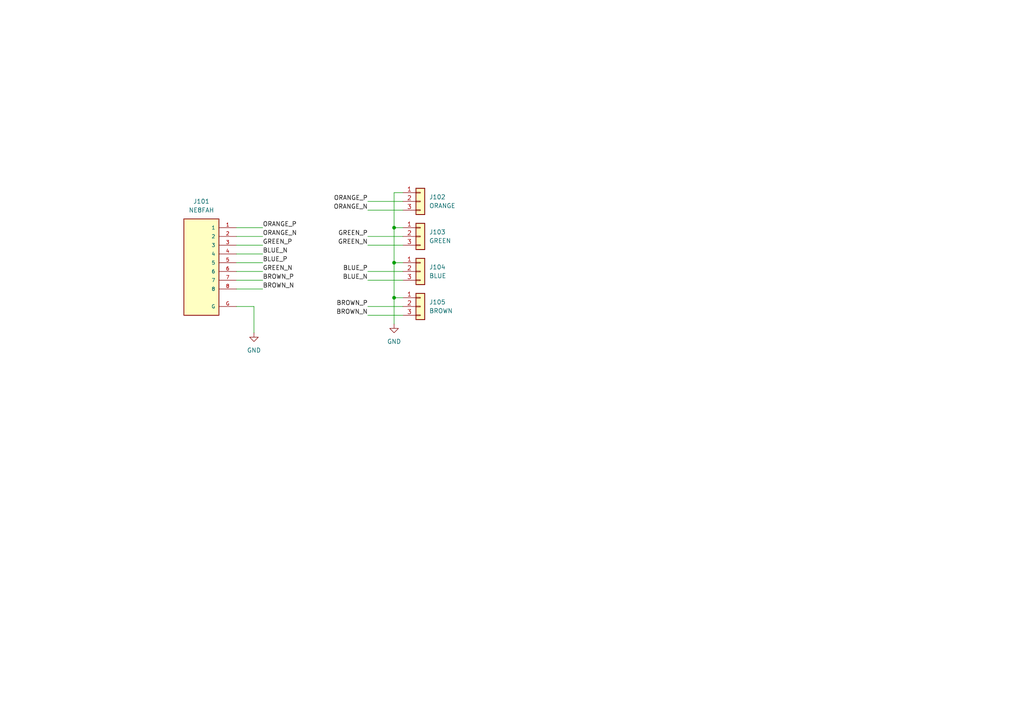
<source format=kicad_sch>
(kicad_sch (version 20230121) (generator eeschema)

  (uuid 9898cdb0-b109-4fc6-89ac-68ea0e9b2cef)

  (paper "A4")

  (lib_symbols
    (symbol "Connector_Generic:Conn_01x03" (pin_names (offset 1.016) hide) (in_bom yes) (on_board yes)
      (property "Reference" "J" (at 0 5.08 0)
        (effects (font (size 1.27 1.27)))
      )
      (property "Value" "Conn_01x03" (at 0 -5.08 0)
        (effects (font (size 1.27 1.27)))
      )
      (property "Footprint" "" (at 0 0 0)
        (effects (font (size 1.27 1.27)) hide)
      )
      (property "Datasheet" "~" (at 0 0 0)
        (effects (font (size 1.27 1.27)) hide)
      )
      (property "ki_keywords" "connector" (at 0 0 0)
        (effects (font (size 1.27 1.27)) hide)
      )
      (property "ki_description" "Generic connector, single row, 01x03, script generated (kicad-library-utils/schlib/autogen/connector/)" (at 0 0 0)
        (effects (font (size 1.27 1.27)) hide)
      )
      (property "ki_fp_filters" "Connector*:*_1x??_*" (at 0 0 0)
        (effects (font (size 1.27 1.27)) hide)
      )
      (symbol "Conn_01x03_1_1"
        (rectangle (start -1.27 -2.413) (end 0 -2.667)
          (stroke (width 0.1524) (type default))
          (fill (type none))
        )
        (rectangle (start -1.27 0.127) (end 0 -0.127)
          (stroke (width 0.1524) (type default))
          (fill (type none))
        )
        (rectangle (start -1.27 2.667) (end 0 2.413)
          (stroke (width 0.1524) (type default))
          (fill (type none))
        )
        (rectangle (start -1.27 3.81) (end 1.27 -3.81)
          (stroke (width 0.254) (type default))
          (fill (type background))
        )
        (pin passive line (at -5.08 2.54 0) (length 3.81)
          (name "Pin_1" (effects (font (size 1.27 1.27))))
          (number "1" (effects (font (size 1.27 1.27))))
        )
        (pin passive line (at -5.08 0 0) (length 3.81)
          (name "Pin_2" (effects (font (size 1.27 1.27))))
          (number "2" (effects (font (size 1.27 1.27))))
        )
        (pin passive line (at -5.08 -2.54 0) (length 3.81)
          (name "Pin_3" (effects (font (size 1.27 1.27))))
          (number "3" (effects (font (size 1.27 1.27))))
        )
      )
    )
    (symbol "NE8FAH:NE8FAH" (pin_names (offset 1.016)) (in_bom yes) (on_board yes)
      (property "Reference" "J" (at -5.08 15.24 0)
        (effects (font (size 1.27 1.27)) (justify left top))
      )
      (property "Value" "NE8FAH" (at -5.08 -17.78 0)
        (effects (font (size 1.27 1.27)) (justify left bottom))
      )
      (property "Footprint" "NE8FAH:NEUTRIK_NE8FAH" (at 0 0 0)
        (effects (font (size 1.27 1.27)) (justify bottom) hide)
      )
      (property "Datasheet" "" (at 0 0 0)
        (effects (font (size 1.27 1.27)) hide)
      )
      (property "MF" "Neutrik" (at 0 0 0)
        (effects (font (size 1.27 1.27)) (justify bottom) hide)
      )
      (property "MAXIMUM_PACKAGE_HEIGHT" "25.00mm" (at 0 0 0)
        (effects (font (size 1.27 1.27)) (justify bottom) hide)
      )
      (property "Package" "None" (at 0 0 0)
        (effects (font (size 1.27 1.27)) (justify bottom) hide)
      )
      (property "Price" "None" (at 0 0 0)
        (effects (font (size 1.27 1.27)) (justify bottom) hide)
      )
      (property "Check_prices" "https://www.snapeda.com/parts/NE8FAH/Neutrik/view-part/?ref=eda" (at 0 0 0)
        (effects (font (size 1.27 1.27)) (justify bottom) hide)
      )
      (property "STANDARD" "Manufacturer Recommendations" (at 0 0 0)
        (effects (font (size 1.27 1.27)) (justify bottom) hide)
      )
      (property "PARTREV" "16.04.02" (at 0 0 0)
        (effects (font (size 1.27 1.27)) (justify bottom) hide)
      )
      (property "SnapEDA_Link" "https://www.snapeda.com/parts/NE8FAH/Neutrik/view-part/?ref=snap" (at 0 0 0)
        (effects (font (size 1.27 1.27)) (justify bottom) hide)
      )
      (property "MP" "NE8FAH" (at 0 0 0)
        (effects (font (size 1.27 1.27)) (justify bottom) hide)
      )
      (property "Description" "\nRJ45 Receptacle, Female, Horizontal, 15A, 1000VAC, 10 Mohms, etherCON A Series | Neutrik NE8FAH\n" (at 0 0 0)
        (effects (font (size 1.27 1.27)) (justify bottom) hide)
      )
      (property "MANUFACTURER" "Neutrik" (at 0 0 0)
        (effects (font (size 1.27 1.27)) (justify bottom) hide)
      )
      (property "Availability" "In Stock" (at 0 0 0)
        (effects (font (size 1.27 1.27)) (justify bottom) hide)
      )
      (property "SNAPEDA_PN" "NE8FAH" (at 0 0 0)
        (effects (font (size 1.27 1.27)) (justify bottom) hide)
      )
      (symbol "NE8FAH_0_0"
        (rectangle (start -5.08 -15.24) (end 5.08 12.7)
          (stroke (width 0.254) (type default))
          (fill (type background))
        )
        (pin passive line (at -10.16 10.16 0) (length 5.08)
          (name "1" (effects (font (size 1.016 1.016))))
          (number "1" (effects (font (size 1.016 1.016))))
        )
        (pin passive line (at -10.16 7.62 0) (length 5.08)
          (name "2" (effects (font (size 1.016 1.016))))
          (number "2" (effects (font (size 1.016 1.016))))
        )
        (pin passive line (at -10.16 5.08 0) (length 5.08)
          (name "3" (effects (font (size 1.016 1.016))))
          (number "3" (effects (font (size 1.016 1.016))))
        )
        (pin passive line (at -10.16 2.54 0) (length 5.08)
          (name "4" (effects (font (size 1.016 1.016))))
          (number "4" (effects (font (size 1.016 1.016))))
        )
        (pin passive line (at -10.16 0 0) (length 5.08)
          (name "5" (effects (font (size 1.016 1.016))))
          (number "5" (effects (font (size 1.016 1.016))))
        )
        (pin passive line (at -10.16 -2.54 0) (length 5.08)
          (name "6" (effects (font (size 1.016 1.016))))
          (number "6" (effects (font (size 1.016 1.016))))
        )
        (pin passive line (at -10.16 -5.08 0) (length 5.08)
          (name "7" (effects (font (size 1.016 1.016))))
          (number "7" (effects (font (size 1.016 1.016))))
        )
        (pin passive line (at -10.16 -7.62 0) (length 5.08)
          (name "8" (effects (font (size 1.016 1.016))))
          (number "8" (effects (font (size 1.016 1.016))))
        )
        (pin power_in line (at -10.16 -12.7 0) (length 5.08)
          (name "G" (effects (font (size 1.016 1.016))))
          (number "G" (effects (font (size 1.016 1.016))))
        )
      )
    )
    (symbol "power:GND" (power) (pin_names (offset 0)) (in_bom yes) (on_board yes)
      (property "Reference" "#PWR" (at 0 -6.35 0)
        (effects (font (size 1.27 1.27)) hide)
      )
      (property "Value" "GND" (at 0 -3.81 0)
        (effects (font (size 1.27 1.27)))
      )
      (property "Footprint" "" (at 0 0 0)
        (effects (font (size 1.27 1.27)) hide)
      )
      (property "Datasheet" "" (at 0 0 0)
        (effects (font (size 1.27 1.27)) hide)
      )
      (property "ki_keywords" "global power" (at 0 0 0)
        (effects (font (size 1.27 1.27)) hide)
      )
      (property "ki_description" "Power symbol creates a global label with name \"GND\" , ground" (at 0 0 0)
        (effects (font (size 1.27 1.27)) hide)
      )
      (symbol "GND_0_1"
        (polyline
          (pts
            (xy 0 0)
            (xy 0 -1.27)
            (xy 1.27 -1.27)
            (xy 0 -2.54)
            (xy -1.27 -1.27)
            (xy 0 -1.27)
          )
          (stroke (width 0) (type default))
          (fill (type none))
        )
      )
      (symbol "GND_1_1"
        (pin power_in line (at 0 0 270) (length 0) hide
          (name "GND" (effects (font (size 1.27 1.27))))
          (number "1" (effects (font (size 1.27 1.27))))
        )
      )
    )
  )

  (junction (at 114.3 76.2) (diameter 0) (color 0 0 0 0)
    (uuid 4a551846-91b1-4541-b5e2-ce3b6f6628d3)
  )
  (junction (at 114.3 86.36) (diameter 0) (color 0 0 0 0)
    (uuid d16ab611-b954-40bb-b7c5-73ff30219c60)
  )
  (junction (at 114.3 66.04) (diameter 0) (color 0 0 0 0)
    (uuid ef762398-c444-45e6-a433-ffa6d8843ba1)
  )

  (wire (pts (xy 106.68 88.9) (xy 116.84 88.9))
    (stroke (width 0) (type default))
    (uuid 00639ecc-7541-496d-b1a6-9ca284ed31b4)
  )
  (wire (pts (xy 114.3 76.2) (xy 114.3 86.36))
    (stroke (width 0) (type default))
    (uuid 203b900a-5bd9-4df4-b9c5-6c9ea659e0d1)
  )
  (wire (pts (xy 106.68 68.58) (xy 116.84 68.58))
    (stroke (width 0) (type default))
    (uuid 3171ebfb-dcda-4c39-a19c-700df0f19852)
  )
  (wire (pts (xy 114.3 86.36) (xy 114.3 93.98))
    (stroke (width 0) (type default))
    (uuid 31875920-aaf4-4cbd-ab74-1fa0827aca65)
  )
  (wire (pts (xy 114.3 66.04) (xy 116.84 66.04))
    (stroke (width 0) (type default))
    (uuid 34c4b3bf-6a63-463d-b8b3-9dc57f7edf89)
  )
  (wire (pts (xy 114.3 55.88) (xy 114.3 66.04))
    (stroke (width 0) (type default))
    (uuid 3cc1d81b-05b4-49ed-ae82-330624210be2)
  )
  (wire (pts (xy 116.84 55.88) (xy 114.3 55.88))
    (stroke (width 0) (type default))
    (uuid 4393152a-ac6a-4b76-a9bb-b17bbda1b029)
  )
  (wire (pts (xy 106.68 91.44) (xy 116.84 91.44))
    (stroke (width 0) (type default))
    (uuid 4431b095-35b2-4a86-8b46-5b3cf8182973)
  )
  (wire (pts (xy 106.68 71.12) (xy 116.84 71.12))
    (stroke (width 0) (type default))
    (uuid 4aaca4a0-83af-4cf5-bf6e-f142d1552a74)
  )
  (wire (pts (xy 114.3 86.36) (xy 116.84 86.36))
    (stroke (width 0) (type default))
    (uuid 5a874872-c1ad-4c38-966d-6ccf8f321a8c)
  )
  (wire (pts (xy 68.58 83.82) (xy 76.2 83.82))
    (stroke (width 0) (type default))
    (uuid 5db93b2d-994c-429b-b2d4-33c5d6aa9503)
  )
  (wire (pts (xy 68.58 78.74) (xy 76.2 78.74))
    (stroke (width 0) (type default))
    (uuid 793f2a90-aab4-4b02-9139-0d221538981b)
  )
  (wire (pts (xy 68.58 66.04) (xy 76.2 66.04))
    (stroke (width 0) (type default))
    (uuid 7cf81f52-618a-4eec-b170-592960296177)
  )
  (wire (pts (xy 68.58 71.12) (xy 76.2 71.12))
    (stroke (width 0) (type default))
    (uuid 98a9ebdb-4be3-4283-a4f9-6ab0cd31ba3e)
  )
  (wire (pts (xy 106.68 81.28) (xy 116.84 81.28))
    (stroke (width 0) (type default))
    (uuid 9c48866f-1f61-471e-9414-2241ccb4e25b)
  )
  (wire (pts (xy 114.3 66.04) (xy 114.3 76.2))
    (stroke (width 0) (type default))
    (uuid a307b2b9-a1fc-4698-ba33-5da01e7bfbc6)
  )
  (wire (pts (xy 106.68 78.74) (xy 116.84 78.74))
    (stroke (width 0) (type default))
    (uuid a3e5dd18-0ef4-47d8-8d20-aa8d3f61c8eb)
  )
  (wire (pts (xy 106.68 58.42) (xy 116.84 58.42))
    (stroke (width 0) (type default))
    (uuid a8009ec9-d46b-4e1b-9157-9bdd1a34e485)
  )
  (wire (pts (xy 68.58 76.2) (xy 76.2 76.2))
    (stroke (width 0) (type default))
    (uuid aa21c42f-9e66-42c0-943b-82d25b62fa99)
  )
  (wire (pts (xy 68.58 81.28) (xy 76.2 81.28))
    (stroke (width 0) (type default))
    (uuid ac04401f-8bb1-4e56-997e-2c43fb4467ce)
  )
  (wire (pts (xy 68.58 68.58) (xy 76.2 68.58))
    (stroke (width 0) (type default))
    (uuid adb59ab3-9548-4706-8159-e679447af7ca)
  )
  (wire (pts (xy 68.58 73.66) (xy 76.2 73.66))
    (stroke (width 0) (type default))
    (uuid b4092d27-8e7a-4fdc-ae72-06d9a6bc042c)
  )
  (wire (pts (xy 68.58 88.9) (xy 73.66 88.9))
    (stroke (width 0) (type default))
    (uuid b6278e9e-3033-4c8d-bc66-e9ec3364dcfe)
  )
  (wire (pts (xy 73.66 88.9) (xy 73.66 96.52))
    (stroke (width 0) (type default))
    (uuid d40405d7-c3fe-4763-85b2-847f292dcd38)
  )
  (wire (pts (xy 114.3 76.2) (xy 116.84 76.2))
    (stroke (width 0) (type default))
    (uuid e2fed688-f840-4362-9be5-a3638c90a457)
  )
  (wire (pts (xy 106.68 60.96) (xy 116.84 60.96))
    (stroke (width 0) (type default))
    (uuid e803eedb-7797-4aae-b3c2-7488bb4d5ea9)
  )

  (label "BROWN_N" (at 106.68 91.44 180) (fields_autoplaced)
    (effects (font (size 1.27 1.27)) (justify right bottom))
    (uuid 2dee1455-f19c-4091-9e10-7156c7e1ddf2)
  )
  (label "GREEN_N" (at 76.2 78.74 0) (fields_autoplaced)
    (effects (font (size 1.27 1.27)) (justify left bottom))
    (uuid 2e899157-b074-4091-bca9-aedd787e9c49)
  )
  (label "GREEN_P" (at 76.2 71.12 0) (fields_autoplaced)
    (effects (font (size 1.27 1.27)) (justify left bottom))
    (uuid 2f1ea365-7d84-48f3-97a7-db45c3186919)
  )
  (label "BLUE_P" (at 106.68 78.74 180) (fields_autoplaced)
    (effects (font (size 1.27 1.27)) (justify right bottom))
    (uuid 31becf9b-f363-46e2-867d-4a3b6f9a23ab)
  )
  (label "BROWN_P" (at 106.68 88.9 180) (fields_autoplaced)
    (effects (font (size 1.27 1.27)) (justify right bottom))
    (uuid 4bd10d91-8f0e-422a-bc6c-c6b65352867d)
  )
  (label "BLUE_N" (at 106.68 81.28 180) (fields_autoplaced)
    (effects (font (size 1.27 1.27)) (justify right bottom))
    (uuid 5b241269-e744-4332-936d-3cc1ccb12766)
  )
  (label "BLUE_N" (at 76.2 73.66 0) (fields_autoplaced)
    (effects (font (size 1.27 1.27)) (justify left bottom))
    (uuid 5d889d14-1620-4beb-a2fa-85b645c9afba)
  )
  (label "ORANGE_P" (at 106.68 58.42 180) (fields_autoplaced)
    (effects (font (size 1.27 1.27)) (justify right bottom))
    (uuid 6d9ce6c9-e6f4-42b5-bd41-883b8fc507ba)
  )
  (label "ORANGE_N" (at 106.68 60.96 180) (fields_autoplaced)
    (effects (font (size 1.27 1.27)) (justify right bottom))
    (uuid 93dc8eb2-d855-4ddd-ad15-9af732f0257b)
  )
  (label "GREEN_P" (at 106.68 68.58 180) (fields_autoplaced)
    (effects (font (size 1.27 1.27)) (justify right bottom))
    (uuid 99b00efb-a5bf-4546-8071-2b85355f8d19)
  )
  (label "GREEN_N" (at 106.68 71.12 180) (fields_autoplaced)
    (effects (font (size 1.27 1.27)) (justify right bottom))
    (uuid a032ac02-69bb-4196-9773-90e1bdc17cf1)
  )
  (label "ORANGE_N" (at 76.2 68.58 0) (fields_autoplaced)
    (effects (font (size 1.27 1.27)) (justify left bottom))
    (uuid a7bac15b-0576-4467-bae2-5b62cc9a651b)
  )
  (label "BLUE_P" (at 76.2 76.2 0) (fields_autoplaced)
    (effects (font (size 1.27 1.27)) (justify left bottom))
    (uuid c13d0016-5754-4dd2-98e9-6acfff62ed56)
  )
  (label "ORANGE_P" (at 76.2 66.04 0) (fields_autoplaced)
    (effects (font (size 1.27 1.27)) (justify left bottom))
    (uuid c4754f25-73a4-4600-aebd-e612087f05ba)
  )
  (label "BROWN_N" (at 76.2 83.82 0) (fields_autoplaced)
    (effects (font (size 1.27 1.27)) (justify left bottom))
    (uuid ec8c4131-8ca9-42cb-a1d2-68b7ee8000cc)
  )
  (label "BROWN_P" (at 76.2 81.28 0) (fields_autoplaced)
    (effects (font (size 1.27 1.27)) (justify left bottom))
    (uuid f672d577-aadc-481c-9869-4db9e15fae0e)
  )

  (symbol (lib_id "power:GND") (at 73.66 96.52 0) (unit 1)
    (in_bom yes) (on_board yes) (dnp no) (fields_autoplaced)
    (uuid 90894470-f0f9-454c-b85e-986cc98504b3)
    (property "Reference" "#PWR0101" (at 73.66 102.87 0)
      (effects (font (size 1.27 1.27)) hide)
    )
    (property "Value" "GND" (at 73.66 101.6 0)
      (effects (font (size 1.27 1.27)))
    )
    (property "Footprint" "" (at 73.66 96.52 0)
      (effects (font (size 1.27 1.27)) hide)
    )
    (property "Datasheet" "" (at 73.66 96.52 0)
      (effects (font (size 1.27 1.27)) hide)
    )
    (pin "1" (uuid f8408ae9-180e-4b9d-8a40-80998c9e90f1))
    (instances
      (project "ethercon_breakout"
        (path "/9898cdb0-b109-4fc6-89ac-68ea0e9b2cef"
          (reference "#PWR0101") (unit 1)
        )
      )
    )
  )

  (symbol (lib_id "power:GND") (at 114.3 93.98 0) (unit 1)
    (in_bom yes) (on_board yes) (dnp no) (fields_autoplaced)
    (uuid 9bfe8fa5-a1c4-42c8-9f46-c973517e1ea4)
    (property "Reference" "#PWR0102" (at 114.3 100.33 0)
      (effects (font (size 1.27 1.27)) hide)
    )
    (property "Value" "GND" (at 114.3 99.06 0)
      (effects (font (size 1.27 1.27)))
    )
    (property "Footprint" "" (at 114.3 93.98 0)
      (effects (font (size 1.27 1.27)) hide)
    )
    (property "Datasheet" "" (at 114.3 93.98 0)
      (effects (font (size 1.27 1.27)) hide)
    )
    (pin "1" (uuid e9c466e5-5fb1-47e4-851a-6d71e4fe643a))
    (instances
      (project "ethercon_breakout"
        (path "/9898cdb0-b109-4fc6-89ac-68ea0e9b2cef"
          (reference "#PWR0102") (unit 1)
        )
      )
    )
  )

  (symbol (lib_id "NE8FAH:NE8FAH") (at 58.42 76.2 0) (mirror y) (unit 1)
    (in_bom yes) (on_board yes) (dnp no) (fields_autoplaced)
    (uuid a08adac8-cf07-4ba3-9586-d7327eb38697)
    (property "Reference" "J101" (at 58.42 58.42 0)
      (effects (font (size 1.27 1.27)))
    )
    (property "Value" "NE8FAH" (at 58.42 60.96 0)
      (effects (font (size 1.27 1.27)))
    )
    (property "Footprint" "footprints:NEUTRIK_NE8FAH" (at 58.42 76.2 0)
      (effects (font (size 1.27 1.27)) (justify bottom) hide)
    )
    (property "Datasheet" "" (at 58.42 76.2 0)
      (effects (font (size 1.27 1.27)) hide)
    )
    (property "MF" "Neutrik" (at 58.42 76.2 0)
      (effects (font (size 1.27 1.27)) (justify bottom) hide)
    )
    (property "MAXIMUM_PACKAGE_HEIGHT" "25.00mm" (at 58.42 76.2 0)
      (effects (font (size 1.27 1.27)) (justify bottom) hide)
    )
    (property "Package" "None" (at 58.42 76.2 0)
      (effects (font (size 1.27 1.27)) (justify bottom) hide)
    )
    (property "Price" "None" (at 58.42 76.2 0)
      (effects (font (size 1.27 1.27)) (justify bottom) hide)
    )
    (property "Check_prices" "https://www.snapeda.com/parts/NE8FAH/Neutrik/view-part/?ref=eda" (at 58.42 76.2 0)
      (effects (font (size 1.27 1.27)) (justify bottom) hide)
    )
    (property "STANDARD" "Manufacturer Recommendations" (at 58.42 76.2 0)
      (effects (font (size 1.27 1.27)) (justify bottom) hide)
    )
    (property "PARTREV" "16.04.02" (at 58.42 76.2 0)
      (effects (font (size 1.27 1.27)) (justify bottom) hide)
    )
    (property "SnapEDA_Link" "https://www.snapeda.com/parts/NE8FAH/Neutrik/view-part/?ref=snap" (at 58.42 76.2 0)
      (effects (font (size 1.27 1.27)) (justify bottom) hide)
    )
    (property "MP" "NE8FAH" (at 58.42 76.2 0)
      (effects (font (size 1.27 1.27)) (justify bottom) hide)
    )
    (property "Description" "\nRJ45 Receptacle, Female, Horizontal, 15A, 1000VAC, 10 Mohms, etherCON A Series | Neutrik NE8FAH\n" (at 58.42 76.2 0)
      (effects (font (size 1.27 1.27)) (justify bottom) hide)
    )
    (property "MANUFACTURER" "Neutrik" (at 58.42 76.2 0)
      (effects (font (size 1.27 1.27)) (justify bottom) hide)
    )
    (property "Availability" "In Stock" (at 58.42 76.2 0)
      (effects (font (size 1.27 1.27)) (justify bottom) hide)
    )
    (property "SNAPEDA_PN" "NE8FAH" (at 58.42 76.2 0)
      (effects (font (size 1.27 1.27)) (justify bottom) hide)
    )
    (pin "1" (uuid 31323a8e-ac83-46b9-a1f2-0dd2822e15cc))
    (pin "2" (uuid 93d0f153-86d5-43b7-9391-122036ae078e))
    (pin "3" (uuid 87c930c7-838a-4626-92d7-1383396ba49e))
    (pin "4" (uuid 2be17273-63a7-473c-80ea-597077a50b53))
    (pin "5" (uuid 6c79fbba-36e7-407d-af4a-4fb3730733cb))
    (pin "6" (uuid a743b8cc-92c0-4419-ba0e-7a3a52db95d1))
    (pin "7" (uuid 22fc6ba8-e1b2-4f18-9332-7fb0fff9d631))
    (pin "8" (uuid 16c2ea00-8085-45c2-8155-c6ef6c8e2b3d))
    (pin "G" (uuid e9af9d5f-1960-4c6c-afe3-db9dc168286e))
    (instances
      (project "ethercon_breakout"
        (path "/9898cdb0-b109-4fc6-89ac-68ea0e9b2cef"
          (reference "J101") (unit 1)
        )
      )
    )
  )

  (symbol (lib_id "Connector_Generic:Conn_01x03") (at 121.92 88.9 0) (unit 1)
    (in_bom yes) (on_board yes) (dnp no) (fields_autoplaced)
    (uuid c1934325-1f88-4c0e-baf2-927f3f64b289)
    (property "Reference" "J105" (at 124.46 87.63 0)
      (effects (font (size 1.27 1.27)) (justify left))
    )
    (property "Value" "BROWN" (at 124.46 90.17 0)
      (effects (font (size 1.27 1.27)) (justify left))
    )
    (property "Footprint" "Connector_PinHeader_2.54mm:PinHeader_1x03_P2.54mm_Vertical" (at 121.92 88.9 0)
      (effects (font (size 1.27 1.27)) hide)
    )
    (property "Datasheet" "~" (at 121.92 88.9 0)
      (effects (font (size 1.27 1.27)) hide)
    )
    (pin "1" (uuid 8502bf70-f81d-4c2b-afd6-98f39bdb9d67))
    (pin "2" (uuid d6ac12a1-df70-497c-a400-da5c6d21ce26))
    (pin "3" (uuid 53972cd0-9e2d-4240-a5af-cd025f490da5))
    (instances
      (project "ethercon_breakout"
        (path "/9898cdb0-b109-4fc6-89ac-68ea0e9b2cef"
          (reference "J105") (unit 1)
        )
      )
    )
  )

  (symbol (lib_id "Connector_Generic:Conn_01x03") (at 121.92 58.42 0) (unit 1)
    (in_bom yes) (on_board yes) (dnp no)
    (uuid dc50e762-ce16-4487-ab40-eae7a2e4011e)
    (property "Reference" "J102" (at 124.46 57.15 0)
      (effects (font (size 1.27 1.27)) (justify left))
    )
    (property "Value" "ORANGE" (at 124.46 59.69 0)
      (effects (font (size 1.27 1.27)) (justify left))
    )
    (property "Footprint" "Connector_PinHeader_2.54mm:PinHeader_1x03_P2.54mm_Vertical" (at 121.92 58.42 0)
      (effects (font (size 1.27 1.27)) hide)
    )
    (property "Datasheet" "~" (at 121.92 58.42 0)
      (effects (font (size 1.27 1.27)) hide)
    )
    (pin "1" (uuid 2d0c51c6-7130-45b5-9fc8-6aa3f41a5c2e))
    (pin "2" (uuid f074dddb-db48-4b09-8553-8d91ae0605f4))
    (pin "3" (uuid 5a706b9a-3cdf-4b62-9849-f9d56a205019))
    (instances
      (project "ethercon_breakout"
        (path "/9898cdb0-b109-4fc6-89ac-68ea0e9b2cef"
          (reference "J102") (unit 1)
        )
      )
    )
  )

  (symbol (lib_id "Connector_Generic:Conn_01x03") (at 121.92 78.74 0) (unit 1)
    (in_bom yes) (on_board yes) (dnp no) (fields_autoplaced)
    (uuid e35252ea-ef75-492b-8c38-3b0cb9291b35)
    (property "Reference" "J104" (at 124.46 77.47 0)
      (effects (font (size 1.27 1.27)) (justify left))
    )
    (property "Value" "BLUE" (at 124.46 80.01 0)
      (effects (font (size 1.27 1.27)) (justify left))
    )
    (property "Footprint" "Connector_PinHeader_2.54mm:PinHeader_1x03_P2.54mm_Vertical" (at 121.92 78.74 0)
      (effects (font (size 1.27 1.27)) hide)
    )
    (property "Datasheet" "~" (at 121.92 78.74 0)
      (effects (font (size 1.27 1.27)) hide)
    )
    (pin "1" (uuid c98b50ae-7318-4632-87bd-30b02a89e0fe))
    (pin "2" (uuid 5e21e3d5-5293-43e5-927f-836dc4e76e8c))
    (pin "3" (uuid 708d799a-d372-4602-b4cc-f9d32b64ba02))
    (instances
      (project "ethercon_breakout"
        (path "/9898cdb0-b109-4fc6-89ac-68ea0e9b2cef"
          (reference "J104") (unit 1)
        )
      )
    )
  )

  (symbol (lib_id "Connector_Generic:Conn_01x03") (at 121.92 68.58 0) (unit 1)
    (in_bom yes) (on_board yes) (dnp no) (fields_autoplaced)
    (uuid e6961305-45b1-42be-b0b1-6862215ff9ba)
    (property "Reference" "J103" (at 124.46 67.31 0)
      (effects (font (size 1.27 1.27)) (justify left))
    )
    (property "Value" "GREEN" (at 124.46 69.85 0)
      (effects (font (size 1.27 1.27)) (justify left))
    )
    (property "Footprint" "Connector_PinHeader_2.54mm:PinHeader_1x03_P2.54mm_Vertical" (at 121.92 68.58 0)
      (effects (font (size 1.27 1.27)) hide)
    )
    (property "Datasheet" "~" (at 121.92 68.58 0)
      (effects (font (size 1.27 1.27)) hide)
    )
    (pin "1" (uuid 37e25a5c-ae3a-447a-8a56-4007286a2a8f))
    (pin "2" (uuid 9c8250e2-7295-483c-9f80-8b4a0906e131))
    (pin "3" (uuid 294ef723-2cd2-4949-be0d-52683dc364e5))
    (instances
      (project "ethercon_breakout"
        (path "/9898cdb0-b109-4fc6-89ac-68ea0e9b2cef"
          (reference "J103") (unit 1)
        )
      )
    )
  )

  (sheet_instances
    (path "/" (page "1"))
  )
)

</source>
